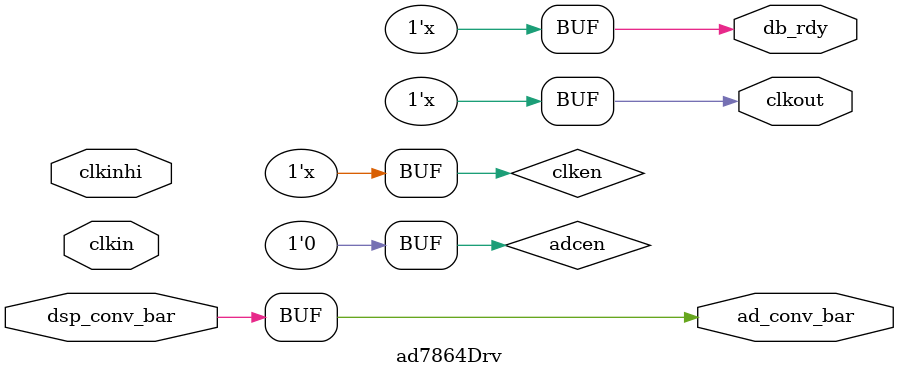
<source format=v>

module ad7864Drv 
//#( parameter ADC_CHIP_NO = 4 )
(

    //clock in
    input clkin,
	 input clkinhi,
	 //input pin from dsp
    //convert signal from dsp, this signal start everything
    input dsp_conv_bar, //dsp-->
   
    
    //convert signal to ad7865
	 output reg clkout, //clk to adc
    output ad_conv_bar, //-->ad
	 output reg db_rdy
);

    reg [5:0] cnterPos; //counter for clkin
	 reg [5:0] cnterNeg;
	 wire [6:0] cnter;
	 reg adcen;
	 reg clken;
	 wire clkinInv;
	 
	 //initialize the regs
	 initial begin
		adcen <= 1'b0;
		clken <= 1'b0;
		db_rdy <= 1'b0;
		clkout <= 1'b1;
		cnterNeg <= 6'b0;
		cnterPos <= 6'b0;
	 end
		
    assign ad_conv_bar = dsp_conv_bar;
	 assign clkinInv = ~clkin;
	 
	 always @(posedge clkin) begin
		if(dsp_conv_bar == 1'b0) cnterPos = 6'b00000;
		else	cnterPos = cnterPos + 1'b1;
		if(cnterPos > 6'b111110) cnterPos = 6'b111110;
	 end
	 
	 always @(posedge clkinInv) begin
		if(dsp_conv_bar == 1'b0) cnterNeg = 6'b000000;
		else cnterNeg = cnterNeg +1'b1;
		
		if(cnterNeg > 6'b111110) cnterNeg = 6'b111110;
	 end
	 
	 // adder
	 assign cnter = cnterPos + cnterNeg;
	 
	 //set adc enable signal
	 always @(cnter) begin
			//begin the adc clock
			if(adcen == 1'b1) begin 
				if((cnter == 7'h03)) clken <= 1'b1;				
				//here should read the data
				if(cnter == 7'h11) db_rdy <= 1'b1;
				if(cnter == 7'h12) db_rdy <= 1'b0;				
				if((cnter <= 7'h3b)&(cnter >= 7'h14)) clkout <= ~clkout;
			end
	end
	

endmodule

</source>
